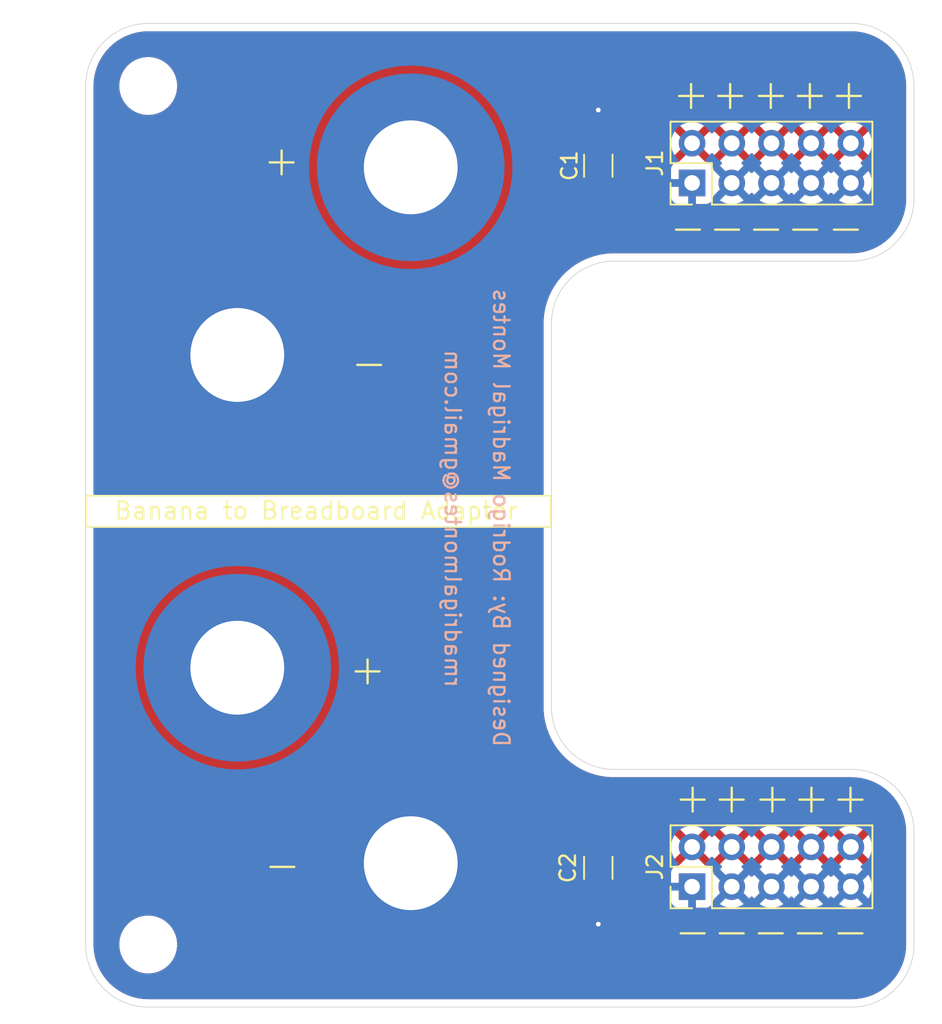
<source format=kicad_pcb>
(kicad_pcb (version 20241229) (generator "pcbnew") (generator_version "9.0")
  (layers (0 "F.Cu" signal) (2 "B.Cu" signal) (13 "F.Paste" user) (15 "B.Paste" user) (5 "F.SilkS" user "F.Silkscreen") (7 "B.SilkS" user "B.Silkscreen") (1 "F.Mask" user) (3 "B.Mask" user) (25 "Edge.Cuts" user))
  (net 0 "")
  (net 1 "GND1")
  (net 2 "VCC")
  (net 3 "VDD")
  (net 4 "GND2")
  (footprint "MountingHole:MountingHole_3.2mm_M3" (layer "F.Cu") (at 114.2 98.7)
    (property "Reference" "REF**" (hide yes))
    (property "Value" "MountingHole_3.2mm_M3")
    (pad "" np_thru_hole circle (at 0 0) (size 3.2 3.2) (drill 3.2) (layers "*.Cu" "*.Mask"))
  )
  (footprint "MountingHole:MountingHole_3.2mm_M3" (layer "F.Cu") (at 114.2 43.8)
    (property "Reference" "REF**" (hide yes))
    (property "Value" "MountingHole_3.2mm_M3")
    (pad "" np_thru_hole circle (at 0 0) (size 3.2 3.2) (drill 3.2) (layers "*.Cu" "*.Mask"))
  )
  (footprint "Capacitor_SMD:C_1206_3216Metric_Pad1.33x1.80mm_HandSolder" (layer "F.Cu") (at 143 48.9 90)
    (property "Reference" "C1" (at 0 -1.85 90) (layer "F.SilkS"))
    (property "Value" "C")
    (fp_line (start -0.711252 -0.91) (end 0.711252 -0.91) (stroke (width 0.12)) (layer "F.SilkS"))
    (fp_line (start -0.711252 0.91) (end 0.711252 0.91) (stroke (width 0.12)) (layer "F.SilkS"))
    (pad "1" smd roundrect (at -1.5625 0 90) (size 1.325 1.8) (layers "F.Cu" "F.Mask" "F.Paste") (roundrect_rratio 0.188679) (net 2 "VCC"))
    (pad "2" smd roundrect (at 1.5625 0 90) (size 1.325 1.8) (layers "F.Cu" "F.Mask" "F.Paste") (roundrect_rratio 0.188679) (net 1 "GND1"))
  )
  (footprint "MountingHole:MountingHole_6mm_Pad" (layer "F.Cu") (at 131 93.5)
    (property "Reference" "H4" (hide yes))
    (property "Value" "MountingHole_Pad")
    (pad "1" thru_hole circle (at 0 0) (size 12 12) (drill 6) (layers "*.Cu" "*.Mask") (net 4 "GND2"))
  )
  (footprint "MountingHole:MountingHole_6mm_Pad" (layer "F.Cu") (at 119.9 61)
    (property "Reference" "H2" (hide yes))
    (property "Value" "MountingHole_Pad")
    (pad "1" thru_hole circle (at 0 0) (size 12 12) (drill 6) (layers "*.Cu" "*.Mask") (net 1 "GND1"))
  )
  (footprint "Connector_PinHeader_2.54mm:PinHeader_2x05_P2.54mm_Vertical" (layer "F.Cu") (at 149 95 90)
    (property "Reference" "J2" (at 1.27 -2.38 90) (layer "F.SilkS"))
    (property "Value" "Conn_02x05_Odd_Even")
    (fp_line (start 3.92 -1.38) (end 3.92 11.54) (stroke (width 0.12)) (layer "F.SilkS"))
    (fp_line (start 1.27 -1.38) (end 3.92 -1.38) (stroke (width 0.12)) (layer "F.SilkS"))
    (fp_line (start -1.38 -1.38) (end 0 -1.38) (stroke (width 0.12)) (layer "F.SilkS"))
    (fp_line (start -1.38 0) (end -1.38 -1.38) (stroke (width 0.12)) (layer "F.SilkS"))
    (fp_line (start 1.27 1.27) (end 1.27 -1.38) (stroke (width 0.12)) (layer "F.SilkS"))
    (fp_line (start -1.38 1.27) (end 1.27 1.27) (stroke (width 0.12)) (layer "F.SilkS"))
    (fp_line (start -1.38 1.27) (end -1.38 11.54) (stroke (width 0.12)) (layer "F.SilkS"))
    (fp_line (start -1.38 11.54) (end 3.92 11.54) (stroke (width 0.12)) (layer "F.SilkS"))
    (pad "1" thru_hole rect (at 0 0 90) (size 1.7 1.7) (drill 1) (layers "*.Cu" "*.Mask") (net 4 "GND2"))
    (pad "2" thru_hole circle (at 2.54 0 90) (size 1.7 1.7) (drill 1) (layers "*.Cu" "*.Mask") (net 3 "VDD"))
    (pad "3" thru_hole circle (at 0 2.54 90) (size 1.7 1.7) (drill 1) (layers "*.Cu" "*.Mask") (net 4 "GND2"))
    (pad "4" thru_hole circle (at 2.54 2.54 90) (size 1.7 1.7) (drill 1) (layers "*.Cu" "*.Mask") (net 3 "VDD"))
    (pad "5" thru_hole circle (at 0 5.08 90) (size 1.7 1.7) (drill 1) (layers "*.Cu" "*.Mask") (net 4 "GND2"))
    (pad "6" thru_hole circle (at 2.54 5.08 90) (size 1.7 1.7) (drill 1) (layers "*.Cu" "*.Mask") (net 3 "VDD"))
    (pad "7" thru_hole circle (at 0 7.62 90) (size 1.7 1.7) (drill 1) (layers "*.Cu" "*.Mask") (net 4 "GND2"))
    (pad "8" thru_hole circle (at 2.54 7.62 90) (size 1.7 1.7) (drill 1) (layers "*.Cu" "*.Mask") (net 3 "VDD"))
    (pad "9" thru_hole circle (at 0 10.16 90) (size 1.7 1.7) (drill 1) (layers "*.Cu" "*.Mask") (net 4 "GND2"))
    (pad "10" thru_hole circle (at 2.54 10.16 90) (size 1.7 1.7) (drill 1) (layers "*.Cu" "*.Mask") (net 3 "VDD"))
  )
  (footprint "Capacitor_SMD:C_1206_3216Metric_Pad1.33x1.80mm_HandSolder" (layer "F.Cu") (at 143 93.8 -90)
    (property "Reference" "C2" (at 0 1.95 90) (layer "F.SilkS"))
    (property "Value" "C")
    (fp_line (start -0.711252 0.91) (end 0.711252 0.91) (stroke (width 0.12)) (layer "F.SilkS"))
    (fp_line (start -0.711252 -0.91) (end 0.711252 -0.91) (stroke (width 0.12)) (layer "F.SilkS"))
    (pad "1" smd roundrect (at -1.5625 0 270) (size 1.325 1.8) (layers "F.Cu" "F.Mask" "F.Paste") (roundrect_rratio 0.188679) (net 3 "VDD"))
    (pad "2" smd roundrect (at 1.5625 0 270) (size 1.325 1.8) (layers "F.Cu" "F.Mask" "F.Paste") (roundrect_rratio 0.188679) (net 4 "GND2"))
  )
  (footprint "MountingHole:MountingHole_6mm_Pad" (layer "F.Cu") (at 131 49)
    (property "Reference" "H1" (hide yes))
    (property "Value" "MountingHole_Pad")
    (pad "1" thru_hole circle (at 0 0) (size 12 12) (drill 6) (layers "*.Cu" "*.Mask") (net 2 "VCC"))
  )
  (footprint "Connector_PinHeader_2.54mm:PinHeader_2x05_P2.54mm_Vertical" (layer "F.Cu") (at 149 50 90)
    (property "Reference" "J1" (at 1.27 -2.38 90) (layer "F.SilkS"))
    (property "Value" "Conn_02x05_Odd_Even")
    (fp_line (start 3.92 -1.38) (end 3.92 11.54) (stroke (width 0.12)) (layer "F.SilkS"))
    (fp_line (start 1.27 -1.38) (end 3.92 -1.38) (stroke (width 0.12)) (layer "F.SilkS"))
    (fp_line (start -1.38 -1.38) (end 0 -1.38) (stroke (width 0.12)) (layer "F.SilkS"))
    (fp_line (start -1.38 0) (end -1.38 -1.38) (stroke (width 0.12)) (layer "F.SilkS"))
    (fp_line (start 1.27 1.27) (end 1.27 -1.38) (stroke (width 0.12)) (layer "F.SilkS"))
    (fp_line (start -1.38 1.27) (end 1.27 1.27) (stroke (width 0.12)) (layer "F.SilkS"))
    (fp_line (start -1.38 1.27) (end -1.38 11.54) (stroke (width 0.12)) (layer "F.SilkS"))
    (fp_line (start -1.38 11.54) (end 3.92 11.54) (stroke (width 0.12)) (layer "F.SilkS"))
    (pad "1" thru_hole rect (at 0 0 90) (size 1.7 1.7) (drill 1) (layers "*.Cu" "*.Mask") (net 1 "GND1"))
    (pad "2" thru_hole circle (at 2.54 0 90) (size 1.7 1.7) (drill 1) (layers "*.Cu" "*.Mask") (net 2 "VCC"))
    (pad "3" thru_hole circle (at 0 2.54 90) (size 1.7 1.7) (drill 1) (layers "*.Cu" "*.Mask") (net 1 "GND1"))
    (pad "4" thru_hole circle (at 2.54 2.54 90) (size 1.7 1.7) (drill 1) (layers "*.Cu" "*.Mask") (net 2 "VCC"))
    (pad "5" thru_hole circle (at 0 5.08 90) (size 1.7 1.7) (drill 1) (layers "*.Cu" "*.Mask") (net 1 "GND1"))
    (pad "6" thru_hole circle (at 2.54 5.08 90) (size 1.7 1.7) (drill 1) (layers "*.Cu" "*.Mask") (net 2 "VCC"))
    (pad "7" thru_hole circle (at 0 7.62 90) (size 1.7 1.7) (drill 1) (layers "*.Cu" "*.Mask") (net 1 "GND1"))
    (pad "8" thru_hole circle (at 2.54 7.62 90) (size 1.7 1.7) (drill 1) (layers "*.Cu" "*.Mask") (net 2 "VCC"))
    (pad "9" thru_hole circle (at 0 10.16 90) (size 1.7 1.7) (drill 1) (layers "*.Cu" "*.Mask") (net 1 "GND1"))
    (pad "10" thru_hole circle (at 2.54 10.16 90) (size 1.7 1.7) (drill 1) (layers "*.Cu" "*.Mask") (net 2 "VCC"))
  )
  (footprint "MountingHole:MountingHole_6mm_Pad" (layer "F.Cu") (at 119.9 81)
    (property "Reference" "H3" (hide yes))
    (property "Value" "MountingHole_Pad")
    (pad "1" thru_hole circle (at 0 0) (size 12 12) (drill 6) (layers "*.Cu" "*.Mask") (net 3 "VDD"))
  )
  (gr_rect (start 110.25 70) (end 139.95 72) (stroke (width 0.1)) (fill no) (layer "F.SilkS"))
  (gr_arc (start 159.2 39.8) (mid 162.028427 40.971573) (end 163.2 43.8) (stroke (width 0.05)) (layer "Edge.Cuts"))
  (gr_arc (start 144 87.5) (mid 141.171573 86.328427) (end 140 83.5) (stroke (width 0.05)) (layer "Edge.Cuts"))
  (gr_line (start 144 87.5) (end 159.171573 87.5) (stroke (width 0.05)) (layer "Edge.Cuts"))
  (gr_arc (start 163.2 51) (mid 162.028427 53.828427) (end 159.2 55) (stroke (width 0.05)) (layer "Edge.Cuts"))
  (gr_arc (start 159.171573 87.5) (mid 162.008326 88.651472) (end 163.2 91.471573) (stroke (width 0.05)) (layer "Edge.Cuts"))
  (gr_arc (start 163.2 98.671573) (mid 162.048528 101.508326) (end 159.228427 102.7) (stroke (width 0.05)) (layer "Edge.Cuts"))
  (gr_arc (start 110.2 43.8) (mid 111.371573 40.971573) (end 114.2 39.8) (stroke (width 0.05)) (layer "Edge.Cuts"))
  (gr_line (start 163.2 91.471575) (end 163.2 98.671573) (stroke (width 0.05)) (layer "Edge.Cuts"))
  (gr_line (start 114.228427 102.699999) (end 159.228427 102.7) (stroke (width 0.05)) (layer "Edge.Cuts"))
  (gr_line (start 144 55) (end 159.2 55) (stroke (width 0.05)) (layer "Edge.Cuts"))
  (gr_line (start 140 59) (end 140 83.5) (stroke (width 0.05)) (layer "Edge.Cuts"))
  (gr_line (start 110.2 43.8) (end 110.2 98.728427) (stroke (width 0.05)) (layer "Edge.Cuts"))
  (gr_arc (start 114.228427 102.7) (mid 111.391674 101.548528) (end 110.2 98.728427) (stroke (width 0.05)) (layer "Edge.Cuts"))
  (gr_line (start 163.2 43.8) (end 163.2 51) (stroke (width 0.05)) (layer "Edge.Cuts"))
  (gr_arc (start 140 59) (mid 141.171573 56.171573) (end 144 55) (stroke (width 0.05)) (layer "Edge.Cuts"))
  (gr_line (start 114.2 39.8) (end 159.2 39.8) (stroke (width 0.05)) (layer "Edge.Cuts"))
  (gr_text "+" (at 155.2 45.45 0) (layer "F.SilkS") (effects (font (size 2 2)) (justify left bottom)))
  (gr_text "-" (at 155.2 99 0) (layer "F.SilkS") (effects (font (size 2 2)) (justify left bottom)))
  (gr_text "Banana to Breadboard Adapter" (at 111.95 71.6 0) (layer "F.SilkS") (effects (font (size 1.1 1.1)) (justify left bottom)))
  (gr_text "+" (at 150.2 90.45 0) (layer "F.SilkS") (effects (font (size 2 2)) (justify left bottom)))
  (gr_text "-" (at 154.9 54 0) (layer "F.SilkS") (effects (font (size 2 2)) (justify left bottom)))
  (gr_text "+" (at 155.3 90.45 0) (layer "F.SilkS") (effects (font (size 2 2)) (justify left bottom)))
  (gr_text "-" (at 147.7 99 0) (layer "F.SilkS") (effects (font (size 2 2)) (justify left bottom)))
  (gr_text "-" (at 152.4 54 0) (layer "F.SilkS") (effects (font (size 2 2)) (justify left bottom)))
  (gr_text "-" (at 157.5 54 0) (layer "F.SilkS") (effects (font (size 2 2)) (justify left bottom)))
  (gr_text "+" (at 157.8 90.45 0) (layer "F.SilkS") (effects (font (size 2 2)) (justify left bottom)))
  (gr_text "-" (at 152.7 99 0) (layer "F.SilkS") (effects (font (size 2 2)) (justify left bottom)))
  (gr_text "-" (at 150.2 99 0) (layer "F.SilkS") (effects (font (size 2 2)) (justify left bottom)))
  (gr_text "-" (at 157.8 99 0) (layer "F.SilkS") (effects (font (size 2 2)) (justify left bottom)))
  (gr_text "+" (at 152.7 45.45 0) (layer "F.SilkS") (effects (font (size 2 2)) (justify left bottom)))
  (gr_text "+" (at 121.4 49.7 0) (layer "F.SilkS") (effects (font (size 2 2)) (justify left bottom)))
  (gr_text "-" (at 121.45 94.75 0) (layer "F.SilkS") (effects (font (size 2 2)) (justify left bottom)))
  (gr_text "-" (at 127 62.65 0) (layer "F.SilkS") (effects (font (size 2 2)) (justify left bottom)))
  (gr_text "+" (at 147.7 90.45 0) (layer "F.SilkS") (effects (font (size 2 2)) (justify left bottom)))
  (gr_text "-" (at 147.4 54 0) (layer "F.SilkS") (effects (font (size 2 2)) (justify left bottom)))
  (gr_text "-" (at 149.9 54 0) (layer "F.SilkS") (effects (font (size 2 2)) (justify left bottom)))
  (gr_text "+" (at 126.9 82.25 0) (layer "F.SilkS") (effects (font (size 2 2)) (justify left bottom)))
  (gr_text "+" (at 147.6 45.45 0) (layer "F.SilkS") (effects (font (size 2 2)) (justify left bottom)))
  (gr_text "+" (at 157.7 45.45 0) (layer "F.SilkS") (effects (font (size 2 2)) (justify left bottom)))
  (gr_text "+" (at 152.8 90.45 0) (layer "F.SilkS") (effects (font (size 2 2)) (justify left bottom)))
  (gr_text "+" (at 150.1 45.45 0) (layer "F.SilkS") (effects (font (size 2 2)) (justify left bottom)))
  (gr_text "Designed By: Rodrigo Madrigal Montes" (at 136.2 86.15 270) (layer "B.SilkS") (effects (font (size 1 1)) (justify left bottom mirror)))
  (gr_text "rmadrigalmontes@gmail.com" (at 133.1 82.35 270) (layer "B.SilkS") (effects (font (size 1 1)) (justify left bottom mirror)))
  (segment (start 143 45.3375) (end 143 47.3375) (width 0.4) (layer "F.Cu") (net 1))
  (via (at 143 45.3375) (size 0.6) (drill 0.3) (layers "F.Cu" "B.Cu") (net 1))
  (segment (start 143 97.4) (end 143 95.3625) (width 0.4) (layer "F.Cu") (net 4))
  (via (at 143 97.4) (size 0.6) (drill 0.3) (layers "F.Cu" "B.Cu") (net 4))
  (zone (net 2) (net_name "VCC") (layer "F.Cu") (priority 2) (connect_pads (clearance 0.5)) (min_thickness 0.25) (fill yes (thermal_gap 0.5) (thermal_bridge_width 0.5))
    (polygon (pts (xy 140 70) (xy 140 59.9) (xy 145.4 55) (xy 164.3 55) (xy 164.3 39.3) (xy 108.9 39.3) (xy 108.9 70)))
  )
  (zone (net 3) (net_name "VDD") (layer "F.Cu") (priority 3) (connect_pads (clearance 0.5)) (min_thickness 0.25) (fill yes (thermal_gap 0.5) (thermal_bridge_width 0.5))
    (polygon (pts (xy 140 72) (xy 140 82.6) (xy 145.4 87.5) (xy 165 87.5) (xy 165 103.8) (xy 108.7 103.8) (xy 108.8 72)))
  )
  (zone (net 4) (net_name "GND2") (layer "B.Cu") (priority 1) (connect_pads (clearance 0.5)) (min_thickness 0.25) (fill yes (thermal_gap 0.5) (thermal_bridge_width 0.5))
    (polygon (pts (xy 140 72) (xy 140 83.1) (xy 145.4 87.5) (xy 165 87.5) (xy 165 103.8) (xy 108.7 103.8) (xy 108.8 72)))
  )
  (zone (net 1) (net_name "GND1") (layer "B.Cu") (connect_pads (clearance 0.5)) (min_thickness 0.25) (fill yes (thermal_gap 0.5) (thermal_bridge_width 0.5))
    (polygon (pts (xy 140 70) (xy 140 59.087693) (xy 145.535418 55) (xy 159.8 55) (xy 164.4 54) (xy 164.4 38.3) (xy 109.6 38.4) (xy 107.7 70)))
  )
)
</source>
